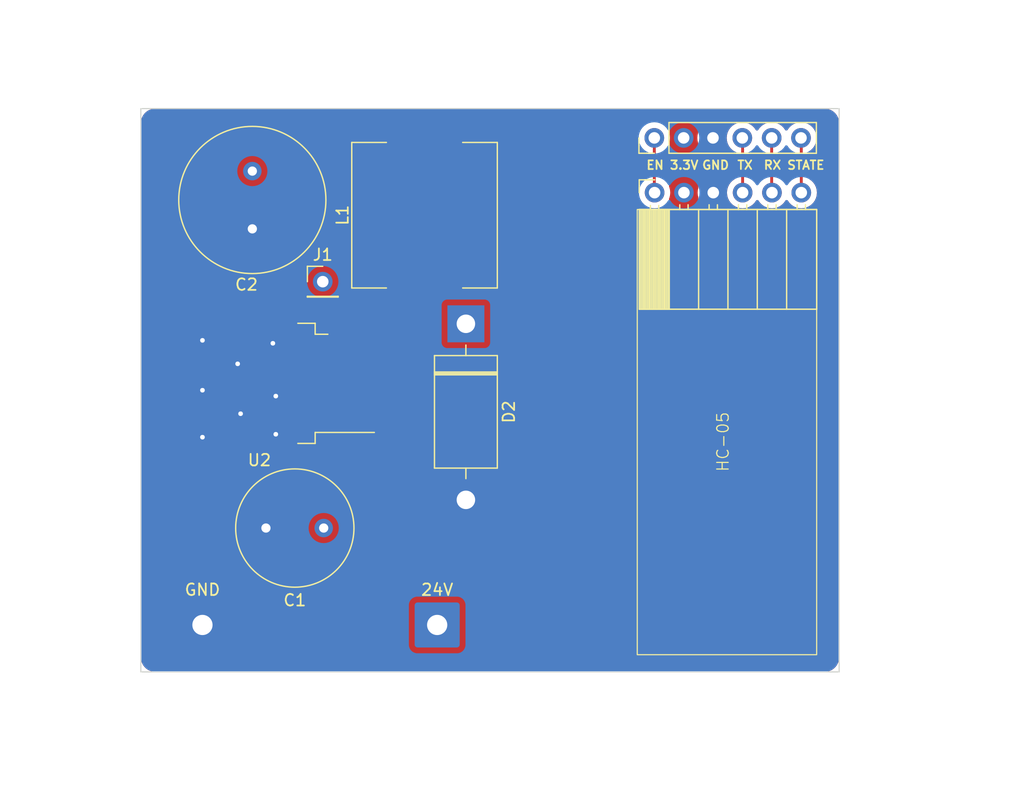
<source format=kicad_pcb>
(kicad_pcb (version 20221018) (generator pcbnew)
  (layers (0 "F.Cu" signal) (31 "B.Cu" signal) (34 "B.Paste" user) (35 "F.Paste" user) (36 "B.SilkS" user "B.Silkscreen") (37 "F.SilkS" user "F.Silkscreen") (38 "B.Mask" user) (39 "F.Mask" user) (44 "Edge.Cuts" user))
  (net 0 "")
  (net 1 "GND")
  (net 2 "3.3V")
  (net 3 "Net-(D2-K)")
  (net 4 "Net-(J1-Pin_1)")
  (net 5 "+24V")
  (net 6 "unconnected-(IC1-EN-Pad1)")
  (net 7 "unconnected-(IC1-TXD-Pad4)")
  (net 8 "unconnected-(IC1-RXD-Pad5)")
  (net 9 "unconnected-(IC1-STATE-Pad6)")
  (footprint "my_lib:HC-05" (layer "F.Cu") (at 97.925 92.7545 90)
    (fp_text reference "IC1" hide)
    (fp_text value "~" hide)
    (fp_text user "HC-05" (at -2 -2.5 90 unlocked) (layer "F.SilkS") (effects (font (thickness 0.1)) (justify left bottom)))
    (fp_line (start 12.14 -10.33) (end 12.14 5.03) (stroke (width 0.12)) (layer "F.SilkS"))
    (fp_line (start 12.14 -10.33) (end 20.77 -10.33) (stroke (width 0.12)) (layer "F.SilkS"))
    (fp_line (start 12.14 -10.21) (end 20.77 -10.21) (stroke (width 0.12)) (layer "F.SilkS"))
    (fp_line (start 12.14 -10.091905) (end 20.77 -10.091905) (stroke (width 0.12)) (layer "F.SilkS"))
    (fp_line (start 12.14 -9.97381) (end 20.77 -9.97381) (stroke (width 0.12)) (layer "F.SilkS"))
    (fp_line (start 12.14 -9.855715) (end 20.77 -9.855715) (stroke (width 0.12)) (layer "F.SilkS"))
    (fp_line (start 12.14 -9.73762) (end 20.77 -9.73762) (stroke (width 0.12)) (layer "F.SilkS"))
    (fp_line (start 12.14 -9.619525) (end 20.77 -9.619525) (stroke (width 0.12)) (layer "F.SilkS"))
    (fp_line (start 12.14 -9.50143) (end 20.77 -9.50143) (stroke (width 0.12)) (layer "F.SilkS"))
    (fp_line (start 12.14 -9.383335) (end 20.77 -9.383335) (stroke (width 0.12)) (layer "F.SilkS"))
    (fp_line (start 12.14 -9.26524) (end 20.77 -9.26524) (stroke (width 0.12)) (layer "F.SilkS"))
    (fp_line (start 12.14 -9.147145) (end 20.77 -9.147145) (stroke (width 0.12)) (layer "F.SilkS"))
    (fp_line (start 12.14 -9.02905) (end 20.77 -9.02905) (stroke (width 0.12)) (layer "F.SilkS"))
    (fp_line (start 12.14 -8.910955) (end 20.77 -8.910955) (stroke (width 0.12)) (layer "F.SilkS"))
    (fp_line (start 12.14 -8.79286) (end 20.77 -8.79286) (stroke (width 0.12)) (layer "F.SilkS"))
    (fp_line (start 12.14 -8.674765) (end 20.77 -8.674765) (stroke (width 0.12)) (layer "F.SilkS"))
    (fp_line (start 12.14 -8.55667) (end 20.77 -8.55667) (stroke (width 0.12)) (layer "F.SilkS"))
    (fp_line (start 12.14 -8.438575) (end 20.77 -8.438575) (stroke (width 0.12)) (layer "F.SilkS"))
    (fp_line (start 12.14 -8.32048) (end 20.77 -8.32048) (stroke (width 0.12)) (layer "F.SilkS"))
    (fp_line (start 12.14 -8.202385) (end 20.77 -8.202385) (stroke (width 0.12)) (layer "F.SilkS"))
    (fp_line (start 12.14 -8.08429) (end 20.77 -8.08429) (stroke (width 0.12)) (layer "F.SilkS"))
    (fp_line (start 12.14 -7.966195) (end 20.77 -7.966195) (stroke (width 0.12)) (layer "F.SilkS"))
    (fp_line (start 12.14 -7.8481) (end 20.77 -7.8481) (stroke (width 0.12)) (layer "F.SilkS"))
    (fp_line (start 12.14 -7.73) (end 20.77 -7.73) (stroke (width 0.12)) (layer "F.SilkS"))
    (fp_line (start 12.14 -5.19) (end 20.77 -5.19) (stroke (width 0.12)) (layer "F.SilkS"))
    (fp_line (start 12.14 -2.65) (end 20.77 -2.65) (stroke (width 0.12)) (layer "F.SilkS"))
    (fp_line (start 12.14 -0.11) (end 20.77 -0.11) (stroke (width 0.12)) (layer "F.SilkS"))
    (fp_line (start 12.14 2.43) (end 20.77 2.43) (stroke (width 0.12)) (layer "F.SilkS"))
    (fp_line (start 12.14 5.03) (end 20.77 5.03) (stroke (width 0.12)) (layer "F.SilkS"))
    (fp_line (start 20.77 -10.33) (end 20.77 5.03) (stroke (width 0.12)) (layer "F.SilkS"))
    (fp_line (start 20.77 -9.36) (end 21.12 -9.36) (stroke (width 0.12)) (layer "F.SilkS"))
    (fp_line (start 20.77 -8.64) (end 21.12 -8.64) (stroke (width 0.12)) (layer "F.SilkS"))
    (fp_line (start 20.77 -6.82) (end 21.18 -6.82) (stroke (width 0.12)) (layer "F.SilkS"))
    (fp_line (start 20.77 -6.1) (end 21.18 -6.1) (stroke (width 0.12)) (layer "F.SilkS"))
    (fp_line (start 20.77 -4.28) (end 21.18 -4.28) (stroke (width 0.12)) (layer "F.SilkS"))
    (fp_line (start 20.77 -3.56) (end 21.18 -3.56) (stroke (width 0.12)) (layer "F.SilkS"))
    (fp_line (start 20.77 -1.74) (end 21.18 -1.74) (stroke (width 0.12)) (layer "F.SilkS"))
    (fp_line (start 20.77 -1.02) (end 21.18 -1.02) (stroke (width 0.12)) (layer "F.SilkS"))
    (fp_line (start 20.77 0.8) (end 21.18 0.8) (stroke (width 0.12)) (layer "F.SilkS"))
    (fp_line (start 20.77 1.52) (end 21.18 1.52) (stroke (width 0.12)) (layer "F.SilkS"))
    (fp_line (start 20.77 3.34) (end 21.18 3.34) (stroke (width 0.12)) (layer "F.SilkS"))
    (fp_line (start 20.77 4.06) (end 21.18 4.06) (stroke (width 0.12)) (layer "F.SilkS"))
    (fp_line (start 22.23 -10.33) (end 23.34 -10.33) (stroke (width 0.12)) (layer "F.SilkS"))
    (fp_line (start 23.34 -10.33) (end 23.34 -9) (stroke (width 0.12)) (layer "F.SilkS"))
    (fp_rect (start 20.77 5.03) (end -17.77 -10.5) (stroke (width 0.1)) (fill none) (layer "F.SilkS"))
    (pad "1" thru_hole circle (at 22.23 -9 90) (size 1.7 1.7) (drill 1) (layers "*.Cu" "*.Mask") (net 6 "unconnected-(IC1-EN-Pad1)"))
    (pad "2" thru_hole oval (at 22.23 -6.46 90) (size 1.7 1.7) (drill 1) (layers "*.Cu" "*.Mask") (net 2 "3.3V"))
    (pad "3" thru_hole oval (at 22.23 -3.92 90) (size 1.7 1.7) (drill 1) (layers "*.Cu" "*.Mask") (net 1 "GND"))
    (pad "4" thru_hole oval (at 22.23 -1.38 90) (size 1.7 1.7) (drill 1) (layers "*.Cu" "*.Mask") (net 7 "unconnected-(IC1-TXD-Pad4)"))
    (pad "5" thru_hole oval (at 22.23 1.16 90) (size 1.7 1.7) (drill 1) (layers "*.Cu" "*.Mask") (net 8 "unconnected-(IC1-RXD-Pad5)"))
    (pad "6" thru_hole oval (at 22.23 3.7 90) (size 1.7 1.7) (drill 1) (layers "*.Cu" "*.Mask") (net 9 "unconnected-(IC1-STATE-Pad6)"))
  )
  (footprint "Capacitor_THT:C_Radial_D10.0mm_H16.0mm_P5.00mm" (layer "F.Cu") (at 60.28 99.56 180)
    (fp_text reference "C1" (at 2.5 -6.25) (layer "F.SilkS"))
    (fp_text value "150uF")
    (fp_circle (center 2.5 0) (end 7.62 0) (stroke (width 0.12)) (fill none) (layer "F.SilkS"))
    (pad "1" thru_hole circle (at 0 0 180) (size 1.6 1.6) (drill 0.8) (layers "*.Cu" "*.Mask") (net 5 "+24V"))
    (pad "2" thru_hole circle (at 5 0 180) (size 1.6 1.6) (drill 0.8) (layers "*.Cu" "*.Mask") (net 1 "GND"))
  )
  (footprint "my_lib:L_12x12mm_H6mm" (layer "F.Cu") (at 69.01 72.48 90)
    (fp_text reference "L1" (at 0 -7.1 90) (layer "F.SilkS"))
    (fp_text value "33uH")
    (fp_line (start -6.3 -6.3) (end 6.3 -6.3) (stroke (width 0.12)) (layer "F.SilkS"))
    (fp_line (start -6.3 -3.3) (end -6.3 -6.3) (stroke (width 0.12)) (layer "F.SilkS"))
    (fp_line (start -6.3 6.3) (end -6.3 3.3) (stroke (width 0.12)) (layer "F.SilkS"))
    (fp_line (start 6.3 -6.3) (end 6.3 -3.3) (stroke (width 0.12)) (layer "F.SilkS"))
    (fp_line (start 6.3 3.3) (end 6.3 6.3) (stroke (width 0.12)) (layer "F.SilkS"))
    (fp_line (start 6.3 6.3) (end -6.3 6.3) (stroke (width 0.12)) (layer "F.SilkS"))
    (pad "1" smd rect (at -5 0.047 90) (size 3 5.494) (layers "F.Cu" "F.Paste" "F.Mask") (net 3 "Net-(D2-K)"))
    (pad "2" smd rect (at 5 0.047 90) (size 3 5.494) (layers "F.Cu" "F.Paste" "F.Mask") (net 2 "3.3V"))
  )
  (footprint "Connector_PinHeader_2.54mm:PinHeader_1x06_P2.54mm_Vertical" (layer "F.Cu") (at 88.9 65.786 90)
    (fp_text reference "REF**" hide)
    (fp_text value "PinHeader_1x06_P2.54mm_Vertical")
    (fp_line (start -1.33 -1.33) (end 0 -1.33) (stroke (width 0.12)) (layer "F.SilkS"))
    (fp_line (start -1.33 0) (end -1.33 -1.33) (stroke (width 0.12)) (layer "F.SilkS"))
    (fp_line (start -1.33 1.27) (end -1.33 14.03) (stroke (width 0.12)) (layer "F.SilkS"))
    (fp_line (start -1.33 1.27) (end 1.33 1.27) (stroke (width 0.12)) (layer "F.SilkS"))
    (fp_line (start -1.33 14.03) (end 1.33 14.03) (stroke (width 0.12)) (layer "F.SilkS"))
    (fp_line (start 1.33 1.27) (end 1.33 14.03) (stroke (width 0.12)) (layer "F.SilkS"))
    (pad "1" thru_hole circle (at 0 0 90) (size 1.7 1.7) (drill 1) (layers "*.Cu" "*.Mask") (net 6 "unconnected-(IC1-EN-Pad1)"))
    (pad "2" thru_hole oval (at 0 2.54 90) (size 1.7 1.7) (drill 1) (layers "*.Cu" "*.Mask") (net 2 "3.3V"))
    (pad "3" thru_hole oval (at 0 5.08 90) (size 1.7 1.7) (drill 1) (layers "*.Cu" "*.Mask") (net 1 "GND"))
    (pad "4" thru_hole oval (at 0 7.62 90) (size 1.7 1.7) (drill 1) (layers "*.Cu" "*.Mask") (net 7 "unconnected-(IC1-TXD-Pad4)"))
    (pad "5" thru_hole oval (at 0 10.16 90) (size 1.7 1.7) (drill 1) (layers "*.Cu" "*.Mask") (net 8 "unconnected-(IC1-RXD-Pad5)"))
    (pad "6" thru_hole oval (at 0 12.7 90) (size 1.7 1.7) (drill 1) (layers "*.Cu" "*.Mask") (net 9 "unconnected-(IC1-STATE-Pad6)"))
  )
  (footprint "Package_TO_SOT_SMD:TO-263-5_TabPin3" (layer "F.Cu") (at 54.715 87.035 180)
    (fp_text reference "U2" (at 0 -6.65) (layer "F.SilkS"))
    (fp_text value "LM2596S-3.3")
    (fp_line (start -4.825 -5.2) (end -4.825 -4.25) (stroke (width 0.12)) (layer "F.SilkS"))
    (fp_line (start -4.825 -4.25) (end -9.95 -4.25) (stroke (width 0.12)) (layer "F.SilkS"))
    (fp_line (start -4.825 4.25) (end -5.925 4.25) (stroke (width 0.12)) (layer "F.SilkS"))
    (fp_line (start -4.825 5.2) (end -4.825 4.25) (stroke (width 0.12)) (layer "F.SilkS"))
    (fp_line (start -3.325 -5.2) (end -4.825 -5.2) (stroke (width 0.12)) (layer "F.SilkS"))
    (fp_line (start -3.325 5.2) (end -4.825 5.2) (stroke (width 0.12)) (layer "F.SilkS"))
    (pad "1" smd roundrect (at -7.65 -3.4 180) (size 4.6 1.1) (layers "F.Cu" "F.Paste" "F.Mask") (roundrect_rratio 0.2272727273) (net 5 "+24V"))
    (pad "2" smd roundrect (at -7.65 -1.7 180) (size 4.6 1.1) (layers "F.Cu" "F.Paste" "F.Mask") (roundrect_rratio 0.2272727273) (net 3 "Net-(D2-K)"))
    (pad "3" smd roundrect (at -7.65 0 180) (size 4.6 1.1) (layers "F.Cu" "F.Paste" "F.Mask") (roundrect_rratio 0.2272727273) (net 1 "GND"))
    (pad "3" smd roundrect (at -0.925 -2.775 180) (size 4.55 5.25) (layers "F.Cu" "F.Paste") (roundrect_rratio 0.05494505495) (net 1 "GND"))
    (pad "3" smd roundrect (at -0.925 2.775 180) (size 4.55 5.25) (layers "F.Cu" "F.Paste") (roundrect_rratio 0.05494505495) (net 1 "GND"))
    (pad "3" smd roundrect (at 1.5 0 180) (size 9.4 10.8) (layers "F.Cu" "F.Mask") (roundrect_rratio 0.02659595745) (net 1 "GND"))
    (pad "3" smd roundrect (at 3.925 -2.775 180) (size 4.55 5.25) (layers "F.Cu" "F.Paste") (roundrect_rratio 0.05494505495) (net 1 "GND"))
    (pad "3" smd roundrect (at 3.925 2.775 180) (size 4.55 5.25) (layers "F.Cu" "F.Paste") (roundrect_rratio 0.05494505495) (net 1 "GND"))
    (pad "4" smd roundrect (at -7.65 1.7 180) (size 4.6 1.1) (layers "F.Cu" "F.Paste" "F.Mask") (roundrect_rratio 0.2272727273) (net 2 "3.3V"))
    (pad "5" smd roundrect (at -7.65 3.4 180) (size 4.6 1.1) (layers "F.Cu" "F.Paste" "F.Mask") (roundrect_rratio 0.2272727273) (net 4 "Net-(J1-Pin_1)"))
  )
  (footprint "Diode_THT:D_DO-201AD_P15.24mm_Horizontal" (layer "F.Cu") (at 72.59 81.88 -90)
    (fp_text reference "D2" (at 7.62 -3.72 90) (layer "F.SilkS"))
    (fp_text value "1N5822")
    (fp_line (start 1.84 0) (end 2.75 0) (stroke (width 0.12)) (layer "F.SilkS"))
    (fp_line (start 2.75 -2.72) (end 2.75 2.72) (stroke (width 0.12)) (layer "F.SilkS"))
    (fp_line (start 2.75 2.72) (end 12.49 2.72) (stroke (width 0.12)) (layer "F.SilkS"))
    (fp_line (start 4.175 -2.72) (end 4.175 2.72) (stroke (width 0.12)) (layer "F.SilkS"))
    (fp_line (start 4.295 -2.72) (end 4.295 2.72) (stroke (width 0.12)) (layer "F.SilkS"))
    (fp_line (start 4.415 -2.72) (end 4.415 2.72) (stroke (width 0.12)) (layer "F.SilkS"))
    (fp_line (start 12.49 -2.72) (end 2.75 -2.72) (stroke (width 0.12)) (layer "F.SilkS"))
    (fp_line (start 12.49 2.72) (end 12.49 -2.72) (stroke (width 0.12)) (layer "F.SilkS"))
    (fp_line (start 13.4 0) (end 12.49 0) (stroke (width 0.12)) (layer "F.SilkS"))
    (pad "1" thru_hole rect (at 0 0 270) (size 3.2 3.2) (drill 1.6) (layers "*.Cu" "*.Mask") (net 3 "Net-(D2-K)"))
    (pad "2" thru_hole oval (at 15.24 0 270) (size 3.2 3.2) (drill 1.6) (layers "*.Cu" "*.Mask") (net 1 "GND"))
  )
  (footprint "Connector_PinHeader_2.54mm:PinHeader_1x01_P2.54mm_Vertical" (layer "F.Cu") (at 60.198 78.232)
    (fp_text reference "J1" (at 0 -2.33) (layer "F.SilkS"))
    (fp_text value "Test_Pad")
    (fp_line (start -1.33 -1.33) (end 0 -1.33) (stroke (width 0.12)) (layer "F.SilkS"))
    (fp_line (start -1.33 0) (end -1.33 -1.33) (stroke (width 0.12)) (layer "F.SilkS"))
    (fp_line (start -1.33 1.27) (end -1.33 1.33) (stroke (width 0.12)) (layer "F.SilkS"))
    (fp_line (start -1.33 1.27) (end 1.33 1.27) (stroke (width 0.12)) (layer "F.SilkS"))
    (fp_line (start -1.33 1.33) (end 1.33 1.33) (stroke (width 0.12)) (layer "F.SilkS"))
    (fp_line (start 1.33 1.27) (end 1.33 1.33) (stroke (width 0.12)) (layer "F.SilkS"))
    (pad "1" thru_hole circle (at 0 0) (size 1.7 1.7) (drill 1) (layers "*.Cu" "*.Mask") (net 4 "Net-(J1-Pin_1)"))
  )
  (footprint "" (layer "F.Cu") (at 70.104 107.95)
    (fp_text reference "VIN+" hide)
    (fp_text value "" (at 0 0) (layer "F.SilkS") (effects (font (size 1.27 1.27))))
    (pad "1" thru_hole roundrect (at 0 0) (size 3.9 3.9) (drill 1.75) (layers "*.Cu" "*.Mask") (roundrect_rratio 0.06410307692) (net 5 "+24V"))
  )
  (footprint "Connector_Wire:SolderWire-1sqmm_1x01_D1.4mm_OD3.9mm" (layer "F.Cu") (at 49.784 107.95)
    (fp_text reference "GND" (at 0 -3.048) (layer "F.SilkS"))
    (fp_text value "SolderWire-1sqmm_1x01_D1.4mm_OD3.9mm")
    (pad "1" thru_hole roundrect (at 0 0) (size 3.9 3.9) (drill 1.75) (layers "*.Cu" "*.Mask") (roundrect_rratio 0.06410307692) (net 1 "GND"))
  )
  (footprint "Capacitor_THT:C_Radial_D12.5mm_H25.0mm_P5.00mm" (layer "F.Cu") (at 54.102 68.66 -90)
    (fp_text reference "C2" (at 9.826 0.508 -180) (layer "F.SilkS"))
    (fp_text value "680uF")
    (fp_circle (center 2.5 0) (end 8.87 0) (stroke (width 0.12)) (fill none) (layer "F.SilkS"))
    (pad "1" thru_hole circle (at 0 0 270) (size 1.6 1.6) (drill 0.8) (layers "*.Cu" "*.Mask") (net 2 "3.3V"))
    (pad "2" thru_hole circle (at 5 0 270) (size 1.6 1.6) (drill 0.8) (layers "*.Cu" "*.Mask") (net 1 "GND"))
  )
  (gr_rect (start 44.45 63.246) (end 104.902 112.014) (stroke (width 0.1)) (fill none) (layer "Edge.Cuts"))
  (gr_text "STATE" (at 100.33 68.58) (layer "F.SilkS") (effects (font (size 0.75 0.75) (thickness 0.15) bold) (justify left bottom)))
  (gr_text "3.3V" (at 90.17 68.58) (layer "F.SilkS") (effects (font (size 0.75 0.75) (thickness 0.15) bold) (justify left bottom)))
  (gr_text "TX" (at 96.012 68.58) (layer "F.SilkS") (effects (font (size 0.75 0.75) (thickness 0.15) bold) (justify left bottom)))
  (gr_text "EN" (at 88.138 68.58) (layer "F.SilkS") (effects (font (size 0.75 0.75) (thickness 0.15) bold) (justify left bottom)))
  (gr_text "24V" (at 70.104 104.902) (layer "F.SilkS") (effects (font (size 1 1))))
  (gr_text "GND" (at 92.964 68.58) (layer "F.SilkS") (effects (font (size 0.75 0.75) (thickness 0.15) bold) (justify left bottom)))
  (gr_text "RX" (at 98.298 68.58) (layer "F.SilkS") (effects (font (size 0.75 0.75) (thickness 0.15) bold) (justify left bottom)))
  (segment (start 54.102 82.722) (end 55.64 84.26) (width 0.25) (layer "F.Cu") (net 1))
  (segment (start 50.98 84.07) (end 50.79 84.26) (width 0.25) (layer "F.Cu") (net 1))
  (segment (start 94.005 84.303) (end 81.188 97.12) (width 0.4) (layer "F.Cu") (net 1))
  (segment (start 81.188 97.12) (end 72.59 97.12) (width 0.4) (layer "F.Cu") (net 1))
  (segment (start 94.005 65.811) (end 93.98 65.786) (width 0.4) (layer "F.Cu") (net 1))
  (segment (start 55.64 84.26) (end 55.28 84.62) (width 0.25) (layer "F.Cu") (net 1))
  (segment (start 55.28 99.56) (end 55.28 101.946) (width 0.25) (layer "F.Cu") (net 1))
  (segment (start 94.005 70.5245) (end 94.005 65.811) (width 0.4) (layer "F.Cu") (net 1))
  (segment (start 94.005 70.5245) (end 94.005 84.303) (width 0.4) (layer "F.Cu") (net 1))
  (segment (start 54.102 73.66) (end 54.102 82.722) (width 0.25) (layer "F.Cu") (net 1))
  (segment (start 62.365 87.035) (end 53.215 87.035) (width 0.25) (layer "F.Cu") (net 1))
  (segment (start 55.28 84.62) (end 55.28 99.56) (width 0.25) (layer "F.Cu") (net 1))
  (via (at 49.784 91.694) (size 0.8) (drill 0.4) (layers "F.Cu" "B.Cu") (net 1))
  (via (at 49.784 83.312) (size 0.8) (drill 0.4) (layers "F.Cu" "B.Cu") (net 1))
  (via (at 56.134 88.138) (size 0.8) (drill 0.4) (layers "F.Cu" "B.Cu") (net 1))
  (via (at 53.086 89.662) (size 0.8) (drill 0.4) (layers "F.Cu" "B.Cu") (net 1))
  (via (at 56.134 91.44) (size 0.8) (drill 0.4) (layers "F.Cu" "B.Cu") (net 1))
  (via (at 55.88 83.566) (size 0.8) (drill 0.4) (layers "F.Cu" "B.Cu") (net 1))
  (via (at 52.832 85.344) (size 0.8) (drill 0.4) (layers "F.Cu" "B.Cu") (net 1))
  (via (at 49.784 87.63) (size 0.8) (drill 0.4) (layers "F.Cu" "B.Cu") (net 1))
  (segment (start 69.81 66.727) (end 69.057 67.48) (width 0.25) (layer "F.Cu") (net 2))
  (segment (start 63.74 75.64) (end 69.057 70.323) (width 0.25) (layer "F.Cu") (net 2))
  (segment (start 89.408 73.406) (end 91.465 71.349) (width 0.25) (layer "F.Cu") (net 2))
  (segment (start 91.465 71.349) (end 91.465 70.5245) (width 0.25) (layer "F.Cu") (net 2))
  (segment (start 63.828173 85.335) (end 63.833173 85.33) (width 0.25) (layer "F.Cu") (net 2))
  (segment (start 69.057 67.48) (end 55.282 67.48) (width 0.25) (layer "F.Cu") (net 2))
  (segment (start 80.18 67.48) (end 86.106 73.406) (width 0.25) (layer "F.Cu") (net 2))
  (segment (start 55.282 67.48) (end 54.102 68.66) (width 0.25) (layer "F.Cu") (net 2))
  (segment (start 62.365 85.335) (end 63.828173 85.335) (width 0.25) (layer "F.Cu") (net 2))
  (segment (start 91.44 65.786) (end 91.44 70.4995) (width 0.25) (layer "F.Cu") (net 2))
  (segment (start 91.44 70.4995) (end 91.465 70.5245) (width 0.25) (layer "F.Cu") (net 2))
  (segment (start 69.057 67.48) (end 80.18 67.48) (width 0.25) (layer "F.Cu") (net 2))
  (segment (start 63.74 78.51) (end 63.74 75.64) (width 0.25) (layer "F.Cu") (net 2))
  (segment (start 67.72 82.49) (end 63.74 78.51) (width 0.25) (layer "F.Cu") (net 2))
  (segment (start 69.057 70.323) (end 69.057 67.48) (width 0.25) (layer "F.Cu") (net 2))
  (segment (start 86.106 73.406) (end 89.408 73.406) (width 0.25) (layer "F.Cu") (net 2))
  (segment (start 67.72 84.07) (end 67.72 82.49) (width 0.25) (layer "F.Cu") (net 2))
  (segment (start 63.833173 85.33) (end 66.46 85.33) (width 0.25) (layer "F.Cu") (net 2))
  (segment (start 66.46 85.33) (end 67.72 84.07) (width 0.25) (layer "F.Cu") (net 2))
  (segment (start 72.59 81.88) (end 72.59 81.013) (width 0.25) (layer "F.Cu") (net 3))
  (segment (start 62.365 88.735) (end 65.32 88.735) (width 0.25) (layer "F.Cu") (net 3))
  (segment (start 65.32 88.735) (end 72.175 81.88) (width 0.25) (layer "F.Cu") (net 3))
  (segment (start 72.175 81.88) (end 72.59 81.88) (width 0.25) (layer "F.Cu") (net 3))
  (segment (start 72.59 81.013) (end 69.057 77.48) (width 0.25) (layer "F.Cu") (net 3))
  (segment (start 60.198 81.468) (end 62.365 83.635) (width 0.25) (layer "F.Cu") (net 4))
  (segment (start 60.198 78.232) (end 60.198 81.468) (width 0.25) (layer "F.Cu") (net 4))
  (segment (start 62.46 90.53) (end 62.365 90.435) (width 0.25) (layer "F.Cu") (net 5))
  (segment (start 62.46 97.38) (end 62.46 90.53) (width 0.4) (layer "F.Cu") (net 5))
  (segment (start 60.28 99.56) (end 62.46 97.38) (width 0.25) (layer "F.Cu") (net 5))
  (segment (start 70.866 109.728) (end 70.448 109.728) (width 0.25) (layer "F.Cu") (net 5))
  (segment (start 88.9 70.4995) (end 88.925 70.5245) (width 0.25) (layer "F.Cu") (net 6))
  (segment (start 88.9 65.786) (end 88.9 70.4995) (width 0.25) (layer "F.Cu") (net 6))
  (segment (start 96.545 70.5245) (end 96.545 65.811) (width 0.25) (layer "F.Cu") (net 7))
  (segment (start 96.545 65.811) (end 96.52 65.786) (width 0.25) (layer "F.Cu") (net 7))
  (segment (start 99.06 65.786) (end 99.06 70.4995) (width 0.25) (layer "F.Cu") (net 8))
  (segment (start 99.06 70.4995) (end 99.085 70.5245) (width 0.25) (layer "F.Cu") (net 8))
  (segment (start 101.625 70.5245) (end 101.625 65.811) (width 0.25) (layer "F.Cu") (net 9))
  (segment (start 101.625 65.811) (end 101.6 65.786) (width 0.25) (layer "F.Cu") (net 9))
  (zone (net 2) (net_name "3.3V") (layer "F.Cu") (priority 1) (connect_pads (clearance 0.5)) (min_thickness 0.25) (fill yes (thermal_gap 0.5) (thermal_bridge_width 0.5) (smoothing fillet) (radius 2))
    (polygon (pts (xy 59.69 84.582) (xy 59.69 86.106) (xy 65.786 86.106) (xy 68.326 84.328) (xy 68.326 81.28) (xy 65.024 78.486) (xy 65.278 75.438) (xy 66.04 74.676) (xy 71.374 74.676) (xy 92.71 74.676) (xy 92.71 63.5) (xy 90.17 63.5) (xy 90.17 71.882) (xy 86.614 71.882) (xy 86.36 63.754) (xy 47.244 64.008) (xy 47.244 71.374) (xy 62.738 71.374) (xy 62.992 80.01) (xy 65.532 82.804) (xy 65.532 84.582)))
  )
  (zone (net 3) (net_name "Net-(D2-K)") (layer "F.Cu") (priority 2) (connect_pads (clearance 0.5)) (min_thickness 0.25) (fill yes (thermal_gap 0.5) (thermal_bridge_width 0.5) (smoothing fillet) (radius 1.27))
    (polygon (pts (xy 59.69 88.138) (xy 59.69 89.408) (xy 81.788 89.408) (xy 81.788 75.184) (xy 65.532 75.184) (xy 65.532 78.74) (xy 69.088 82.042) (xy 69.088 84.582) (xy 65.278 86.868) (xy 65.278 88.138)))
  )
  (zone (net 4) (net_name "Net-(J1-Pin_1)") (layer "F.Cu") (priority 3) (connect_pads (clearance 0.5)) (min_thickness 0.25) (fill yes (thermal_gap 0.5) (thermal_bridge_width 0.5) (smoothing fillet) (radius 2))
    (polygon (pts (xy 65.278 84.582) (xy 65.278 82.55) (xy 62.992 80.01) (xy 62.738 75.946) (xy 57.658 75.946) (xy 57.658 80.264) (xy 58.928 80.264) (xy 58.928 84.582)))
  )
  (zone (net 5) (net_name "+24V") (layer "F.Cu") (priority 1) (connect_pads (clearance 0.5)) (min_thickness 0.25) (fill yes (thermal_gap 0.5) (thermal_bridge_width 0.5) (smoothing fillet) (radius 1.27))
    (polygon (pts (xy 68.072 110.49) (xy 73.66 110.49) (xy 73.66 104.648) (xy 70.358 104.648) (xy 67.564 104.648) (xy 65.278 99.314) (xy 65.278 89.662) (xy 59.436 89.662) (xy 59.436 94.742) (xy 59.436 97.028) (xy 58.42 99.568) (xy 58.42 103.632) (xy 58.674 110.49)))
  )
  (zone (net 1) (net_name "GND") (layers "F&B.Cu") (connect_pads (clearance 0.5)) (min_thickness 0.25) (fill yes (thermal_gap 0.5) (thermal_bridge_width 0.5) (smoothing fillet) (radius 1.27))
    (polygon (pts (xy 120.904 53.848) (xy 34.798 53.848) (xy 32.258 123.698) (xy 120.65 123.19)))
  )
)
</source>
